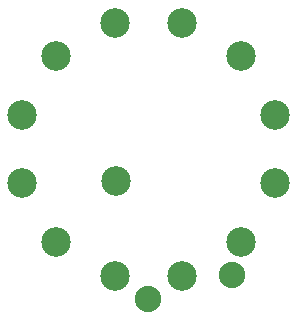
<source format=gts>
G04 #@! TF.FileFunction,Soldermask,Top*
%FSLAX46Y46*%
G04 Gerber Fmt 4.6, Leading zero omitted, Abs format (unit mm)*
G04 Created by KiCad (PCBNEW (2014-12-07 BZR 5316)-product) date 01/01/2015 14:19:40*
%MOMM*%
G01*
G04 APERTURE LIST*
%ADD10C,0.100000*%
%ADD11C,2.235200*%
%ADD12C,2.500000*%
G04 APERTURE END LIST*
D10*
D11*
X142240000Y-99060000D03*
X149352000Y-97028000D03*
D12*
X145112891Y-97081776D03*
X139367109Y-97081776D03*
X134391115Y-94208885D03*
X131518224Y-89232891D03*
X131518224Y-83487109D03*
X134391115Y-78511115D03*
X139367109Y-75638224D03*
X145112891Y-75638224D03*
X150088885Y-78511115D03*
X152961776Y-83487109D03*
X152961776Y-89232891D03*
X150088885Y-94208885D03*
X139530000Y-89060000D03*
M02*

</source>
